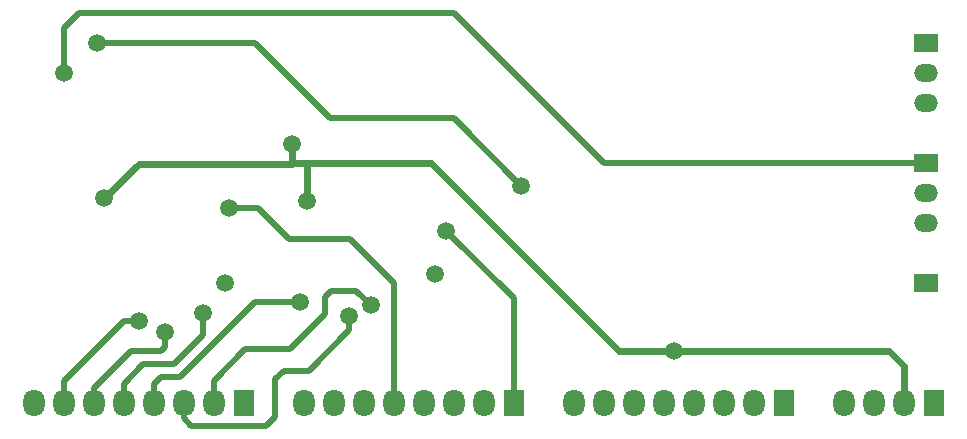
<source format=gbr>
G04 #@! TF.GenerationSoftware,KiCad,Pcbnew,(5.1.8)-1*
G04 #@! TF.CreationDate,2023-07-12T22:55:22+03:00*
G04 #@! TF.ProjectId,CMP,434d502e-6b69-4636-9164-5f7063625858,rev?*
G04 #@! TF.SameCoordinates,PX354a940PY2a16894*
G04 #@! TF.FileFunction,Copper,L2,Bot*
G04 #@! TF.FilePolarity,Positive*
%FSLAX46Y46*%
G04 Gerber Fmt 4.6, Leading zero omitted, Abs format (unit mm)*
G04 Created by KiCad (PCBNEW (5.1.8)-1) date 2023-07-12 22:55:22*
%MOMM*%
%LPD*%
G01*
G04 APERTURE LIST*
G04 #@! TA.AperFunction,ComponentPad*
%ADD10C,1.500000*%
G04 #@! TD*
G04 #@! TA.AperFunction,ComponentPad*
%ADD11R,2.000000X1.500000*%
G04 #@! TD*
G04 #@! TA.AperFunction,ComponentPad*
%ADD12O,2.000000X1.500000*%
G04 #@! TD*
G04 #@! TA.AperFunction,ComponentPad*
%ADD13O,1.800000X2.300000*%
G04 #@! TD*
G04 #@! TA.AperFunction,ComponentPad*
%ADD14R,1.800000X2.300000*%
G04 #@! TD*
G04 #@! TA.AperFunction,ViaPad*
%ADD15C,1.500000*%
G04 #@! TD*
G04 #@! TA.AperFunction,Conductor*
%ADD16C,0.600000*%
G04 #@! TD*
G04 #@! TA.AperFunction,Conductor*
%ADD17C,0.500000*%
G04 #@! TD*
G04 APERTURE END LIST*
D10*
X25717500Y-17462500D03*
X36542818Y-23712500D03*
X8493099Y-17277795D03*
X18732500Y-24447500D03*
D11*
X78105000Y-24447500D03*
D12*
X78105000Y-9207500D03*
X78105000Y-6667500D03*
D11*
X78105000Y-4127500D03*
D12*
X78105000Y-19367500D03*
X78105000Y-16827500D03*
D11*
X78105000Y-14287500D03*
D13*
X48260000Y-34607500D03*
X50800000Y-34607500D03*
X53340000Y-34607500D03*
X55880000Y-34607500D03*
X58420000Y-34607500D03*
X60960000Y-34607500D03*
X63500000Y-34607500D03*
D14*
X66040000Y-34607500D03*
D13*
X2540000Y-34607500D03*
X5080000Y-34607500D03*
X7620000Y-34607500D03*
X10160000Y-34607500D03*
X12700000Y-34607500D03*
X15240000Y-34607500D03*
X17780000Y-34607500D03*
D14*
X20320000Y-34607500D03*
D13*
X25400000Y-34607500D03*
X27940000Y-34607500D03*
X30480000Y-34607500D03*
X33020000Y-34607500D03*
X35560000Y-34607500D03*
X38100000Y-34607500D03*
X40640000Y-34607500D03*
D14*
X43180000Y-34607500D03*
D13*
X71120000Y-34607500D03*
X73660000Y-34607500D03*
X76200000Y-34607500D03*
D14*
X78740000Y-34607500D03*
D15*
X56777500Y-30162500D03*
X24447500Y-12700000D03*
X19050000Y-18097500D03*
X37465000Y-20002500D03*
X11430000Y-27622500D03*
X13652500Y-28575000D03*
X16901000Y-26987500D03*
X25053600Y-26031000D03*
X29265100Y-27202300D03*
X31115000Y-26324500D03*
X5080000Y-6667500D03*
X43815000Y-16192500D03*
X7937500Y-4127500D03*
D16*
X24447500Y-12700000D02*
X24447500Y-14287500D01*
X74930000Y-30162500D02*
X76200000Y-31432500D01*
X56777500Y-30162500D02*
X74930000Y-30162500D01*
X76200000Y-31432500D02*
X76200000Y-34607500D01*
X56777500Y-30162500D02*
X52070000Y-30162500D01*
X52070000Y-30162500D02*
X36195000Y-14287500D01*
X25717500Y-17462500D02*
X25717500Y-14287500D01*
X25717500Y-14287500D02*
X36195000Y-14287500D01*
X24447500Y-14287500D02*
X25717500Y-14287500D01*
X12001600Y-14350900D02*
X24384100Y-14350900D01*
X11419994Y-14350900D02*
X12001600Y-14350900D01*
X8493099Y-17277795D02*
X11419994Y-14350900D01*
D17*
X21501700Y-18097500D02*
X19050000Y-18097500D01*
X24119650Y-20715450D02*
X21501700Y-18097500D01*
X29287950Y-20715450D02*
X24119650Y-20715450D01*
X33020000Y-24447500D02*
X29287950Y-20715450D01*
X33020000Y-34607500D02*
X33020000Y-24447500D01*
X43180000Y-34607500D02*
X43180000Y-29312100D01*
X43180000Y-25717500D02*
X43180000Y-29312100D01*
X37465000Y-20002500D02*
X43180000Y-25717500D01*
X5080000Y-34607500D02*
X5080000Y-32702500D01*
X10160000Y-27622500D02*
X11430000Y-27622500D01*
X5080000Y-32702500D02*
X10160000Y-27622500D01*
X13652500Y-29845000D02*
X13652500Y-28575000D01*
X13335000Y-30162500D02*
X13652500Y-29845000D01*
X10795000Y-30162500D02*
X13335000Y-30162500D01*
X7620000Y-33337500D02*
X10795000Y-30162500D01*
X7620000Y-34607500D02*
X7620000Y-33337500D01*
X10160000Y-34607500D02*
X10160000Y-32957500D01*
X11819700Y-31297800D02*
X11930300Y-31297800D01*
X10160000Y-32957500D02*
X11819700Y-31297800D01*
X14422200Y-31297800D02*
X11819700Y-31297800D01*
X16901000Y-28819000D02*
X14422200Y-31297800D01*
X16901000Y-26987500D02*
X16901000Y-28819000D01*
X12700000Y-33020000D02*
X12700000Y-34607500D01*
X13335000Y-32385000D02*
X12700000Y-33020000D01*
X14922500Y-32385000D02*
X13335000Y-32385000D01*
X21276500Y-26031000D02*
X14922500Y-32385000D01*
X25053600Y-26031000D02*
X21276500Y-26031000D01*
X25824000Y-31856500D02*
X29265100Y-28415400D01*
X22966500Y-32596000D02*
X23706000Y-31856500D01*
X22966500Y-35771000D02*
X22966500Y-32596000D01*
X23706000Y-31856500D02*
X25824000Y-31856500D01*
X22225000Y-36512500D02*
X22966500Y-35771000D01*
X15875000Y-36512500D02*
X22225000Y-36512500D01*
X29265100Y-28415400D02*
X29265100Y-27202300D01*
X15240000Y-35877500D02*
X15875000Y-36512500D01*
X15240000Y-34607500D02*
X15240000Y-35877500D01*
X29873000Y-25082500D02*
X31115000Y-26324500D01*
X27716600Y-25082500D02*
X29873000Y-25082500D01*
X27193300Y-25605800D02*
X27716600Y-25082500D01*
X27193300Y-27099200D02*
X27193300Y-25605800D01*
X20431700Y-30050800D02*
X24241700Y-30050800D01*
X17780000Y-32702500D02*
X20431700Y-30050800D01*
X24241700Y-30050800D02*
X27193300Y-27099200D01*
X17780000Y-34607500D02*
X17780000Y-32702500D01*
X5080000Y-6667500D02*
X5080000Y-2857500D01*
X5080000Y-2857500D02*
X6350000Y-1587500D01*
X6350000Y-1587500D02*
X38100000Y-1587500D01*
X50800000Y-14287500D02*
X78105000Y-14287500D01*
X38100000Y-1587500D02*
X50800000Y-14287500D01*
X38100000Y-10477500D02*
X43815000Y-16192500D01*
X27622500Y-10477500D02*
X38100000Y-10477500D01*
X21272500Y-4127500D02*
X27622500Y-10477500D01*
X7937500Y-4127500D02*
X21272500Y-4127500D01*
M02*

</source>
